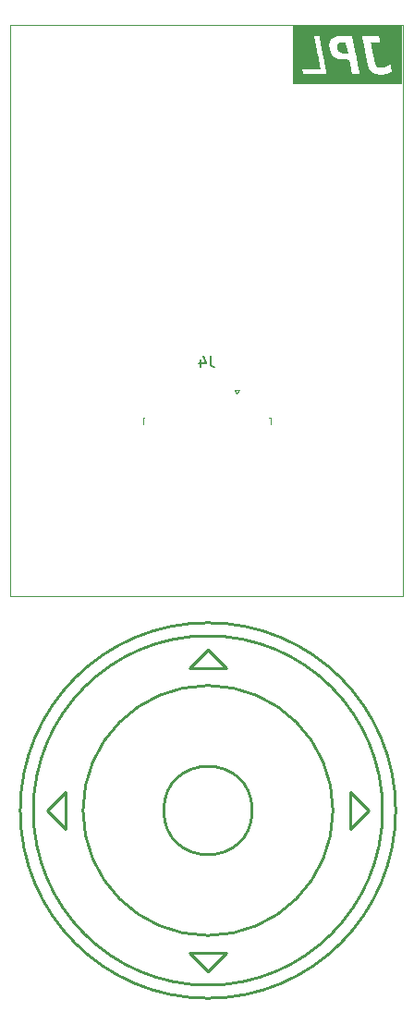
<source format=gbr>
%TF.GenerationSoftware,KiCad,Pcbnew,8.0.7*%
%TF.CreationDate,2025-01-01T16:00:04-05:00*%
%TF.ProjectId,JPL.mp3,4a504c2e-6d70-4332-9e6b-696361645f70,rev?*%
%TF.SameCoordinates,Original*%
%TF.FileFunction,Legend,Bot*%
%TF.FilePolarity,Positive*%
%FSLAX46Y46*%
G04 Gerber Fmt 4.6, Leading zero omitted, Abs format (unit mm)*
G04 Created by KiCad (PCBNEW 8.0.7) date 2025-01-01 16:00:04*
%MOMM*%
%LPD*%
G01*
G04 APERTURE LIST*
%ADD10C,0.100000*%
%ADD11C,0.150000*%
%ADD12C,0.000000*%
%ADD13C,0.250000*%
%ADD14C,0.120000*%
G04 APERTURE END LIST*
D10*
X101900000Y-56000000D02*
X137900000Y-56000000D01*
X137900000Y-108400000D01*
X101900000Y-108400000D01*
X101900000Y-56000000D01*
D11*
X120233333Y-86354819D02*
X120233333Y-87069104D01*
X120233333Y-87069104D02*
X120280952Y-87211961D01*
X120280952Y-87211961D02*
X120376190Y-87307200D01*
X120376190Y-87307200D02*
X120519047Y-87354819D01*
X120519047Y-87354819D02*
X120614285Y-87354819D01*
X119328571Y-86688152D02*
X119328571Y-87354819D01*
X119566666Y-86307200D02*
X119804761Y-87021485D01*
X119804761Y-87021485D02*
X119185714Y-87021485D01*
D12*
%TO.C,G\u002A\u002A\u002A*%
G36*
X137751728Y-61482225D02*
G01*
X132750000Y-61482225D01*
X127748271Y-61482225D01*
X127748271Y-60129181D01*
X128655056Y-60129181D01*
X128655077Y-60129706D01*
X128657164Y-60144258D01*
X128662284Y-60174132D01*
X128669881Y-60216246D01*
X128679401Y-60267516D01*
X128690288Y-60324859D01*
X128725537Y-60508606D01*
X129801173Y-60508606D01*
X130876810Y-60508606D01*
X130868451Y-60468038D01*
X130867629Y-60463932D01*
X130863297Y-60441896D01*
X130855602Y-60402549D01*
X130844733Y-60346859D01*
X130830878Y-60275797D01*
X130814226Y-60190334D01*
X130794967Y-60091439D01*
X130773289Y-59980082D01*
X130749380Y-59857235D01*
X130723430Y-59723866D01*
X130695628Y-59580947D01*
X130666162Y-59429447D01*
X130635221Y-59270337D01*
X130602994Y-59104586D01*
X130569670Y-58933166D01*
X130535438Y-58757046D01*
X130518706Y-58670959D01*
X130484955Y-58497321D01*
X130452232Y-58328992D01*
X130420724Y-58166932D01*
X130390618Y-58012100D01*
X130368423Y-57897971D01*
X131123321Y-57897971D01*
X131123753Y-57954899D01*
X131125151Y-58010729D01*
X131127942Y-58056992D01*
X131132591Y-58098904D01*
X131139560Y-58141678D01*
X131149312Y-58190532D01*
X131172665Y-58289812D01*
X131219882Y-58442733D01*
X131277709Y-58580203D01*
X131346466Y-58702691D01*
X131426473Y-58810666D01*
X131518050Y-58904596D01*
X131621517Y-58984951D01*
X131737194Y-59052199D01*
X131778785Y-59072244D01*
X131849064Y-59102473D01*
X131920357Y-59127996D01*
X131994915Y-59149202D01*
X132074990Y-59166480D01*
X132162832Y-59180217D01*
X132260693Y-59190804D01*
X132370825Y-59198629D01*
X132495477Y-59204079D01*
X132636902Y-59207545D01*
X132958115Y-59213099D01*
X133021588Y-59538699D01*
X133022455Y-59543150D01*
X133041513Y-59640900D01*
X133062909Y-59750628D01*
X133085445Y-59866190D01*
X133107923Y-59981443D01*
X133129146Y-60090245D01*
X133147914Y-60186452D01*
X133210768Y-60508606D01*
X133553101Y-60508606D01*
X133629186Y-60508520D01*
X133708824Y-60508142D01*
X133772068Y-60507412D01*
X133820419Y-60506280D01*
X133855377Y-60504693D01*
X133878444Y-60502597D01*
X133891120Y-60499942D01*
X133894906Y-60496674D01*
X133893863Y-60490612D01*
X133889402Y-60466803D01*
X133881599Y-60425886D01*
X133870635Y-60368793D01*
X133856690Y-60296460D01*
X133839946Y-60209818D01*
X133820584Y-60109802D01*
X133798785Y-59997344D01*
X133774730Y-59873380D01*
X133748600Y-59738840D01*
X133720576Y-59594660D01*
X133690839Y-59441773D01*
X133659571Y-59281112D01*
X133626952Y-59113610D01*
X133593163Y-58940201D01*
X133558386Y-58761819D01*
X133223778Y-57045997D01*
X134119666Y-57045997D01*
X134121446Y-57054110D01*
X134126723Y-57080005D01*
X134135232Y-57122504D01*
X134146748Y-57180459D01*
X134161046Y-57252723D01*
X134177898Y-57338147D01*
X134197079Y-57435583D01*
X134218364Y-57543885D01*
X134241526Y-57661904D01*
X134266339Y-57788492D01*
X134292577Y-57922501D01*
X134320015Y-58062784D01*
X134348426Y-58208192D01*
X134352055Y-58226775D01*
X134389029Y-58416027D01*
X134422595Y-58587643D01*
X134452967Y-58742632D01*
X134480358Y-58882004D01*
X134504982Y-59006768D01*
X134527051Y-59117934D01*
X134546779Y-59216511D01*
X134564379Y-59303509D01*
X134580065Y-59379938D01*
X134594050Y-59446806D01*
X134606548Y-59505125D01*
X134617771Y-59555902D01*
X134627933Y-59600148D01*
X134637247Y-59638873D01*
X134645927Y-59673085D01*
X134654186Y-59703795D01*
X134662237Y-59732012D01*
X134670294Y-59758745D01*
X134678569Y-59785005D01*
X134687277Y-59811800D01*
X134704013Y-59861389D01*
X134733961Y-59941913D01*
X134763801Y-60010145D01*
X134795477Y-60070350D01*
X134830934Y-60126794D01*
X134879807Y-60191620D01*
X134967366Y-60282539D01*
X135069150Y-60362859D01*
X135183632Y-60431703D01*
X135309283Y-60488197D01*
X135335790Y-60496674D01*
X135444575Y-60531463D01*
X135587978Y-60560627D01*
X135596504Y-60561830D01*
X135659748Y-60568114D01*
X135736117Y-60572213D01*
X135820576Y-60574130D01*
X135908088Y-60573872D01*
X135993616Y-60571443D01*
X136072124Y-60566847D01*
X136138576Y-60560090D01*
X136218530Y-60547612D01*
X136396522Y-60507365D01*
X136575365Y-60450229D01*
X136751860Y-60377156D01*
X136775803Y-60365796D01*
X136814961Y-60345156D01*
X136837624Y-60329370D01*
X136844927Y-60317714D01*
X136844717Y-60315353D01*
X136841842Y-60296684D01*
X136835894Y-60262076D01*
X136827252Y-60213620D01*
X136816296Y-60153407D01*
X136803405Y-60083531D01*
X136788959Y-60006081D01*
X136773337Y-59923149D01*
X136767539Y-59892496D01*
X136752342Y-59811938D01*
X136738451Y-59738000D01*
X136726241Y-59672704D01*
X136716089Y-59618074D01*
X136708372Y-59576132D01*
X136703466Y-59548899D01*
X136701747Y-59538400D01*
X136700946Y-59538362D01*
X136690608Y-59546661D01*
X136670203Y-59565642D01*
X136642103Y-59593056D01*
X136608681Y-59626651D01*
X136552984Y-59681518D01*
X136486206Y-59740945D01*
X136421120Y-59790480D01*
X136352965Y-59833674D01*
X136276982Y-59874078D01*
X136214107Y-59902849D01*
X136117649Y-59936981D01*
X136018513Y-59958844D01*
X135909489Y-59970325D01*
X135893721Y-59971101D01*
X135810505Y-59970334D01*
X135728400Y-59962155D01*
X135653172Y-59947353D01*
X135590589Y-59926715D01*
X135525808Y-59892389D01*
X135463539Y-59842802D01*
X135409937Y-59779685D01*
X135364170Y-59701838D01*
X135325407Y-59608061D01*
X135292816Y-59497155D01*
X135290768Y-59488255D01*
X135284651Y-59459629D01*
X135275490Y-59415386D01*
X135263594Y-59357087D01*
X135249271Y-59286293D01*
X135232830Y-59204565D01*
X135214579Y-59113463D01*
X135194826Y-59014549D01*
X135173881Y-58909382D01*
X135152051Y-58799524D01*
X135129645Y-58686535D01*
X135106972Y-58571977D01*
X135084340Y-58457409D01*
X135062057Y-58344393D01*
X135040432Y-58234490D01*
X135019774Y-58129260D01*
X135000391Y-58030264D01*
X134982592Y-57939062D01*
X134966685Y-57857217D01*
X134952978Y-57786287D01*
X134941780Y-57727834D01*
X134933399Y-57683419D01*
X134928145Y-57654603D01*
X134926325Y-57642946D01*
X134930837Y-57641854D01*
X134952206Y-57640282D01*
X134989393Y-57638746D01*
X135040470Y-57637291D01*
X135103506Y-57635963D01*
X135176573Y-57634807D01*
X135257741Y-57633867D01*
X135345081Y-57633188D01*
X135763837Y-57630703D01*
X135705106Y-57334799D01*
X135646375Y-57038895D01*
X134880953Y-57036452D01*
X134738944Y-57036051D01*
X134613284Y-57035819D01*
X134504635Y-57035775D01*
X134411949Y-57035932D01*
X134334181Y-57036303D01*
X134270286Y-57036901D01*
X134219217Y-57037740D01*
X134179929Y-57038832D01*
X134151376Y-57040191D01*
X134132512Y-57041829D01*
X134122290Y-57043760D01*
X134119666Y-57045997D01*
X133223778Y-57045997D01*
X133222393Y-57038895D01*
X132597226Y-57038950D01*
X132553037Y-57038958D01*
X132432262Y-57039042D01*
X132328491Y-57039244D01*
X132240156Y-57039603D01*
X132165693Y-57040155D01*
X132103534Y-57040938D01*
X132052113Y-57041989D01*
X132009864Y-57043346D01*
X131975221Y-57045045D01*
X131946617Y-57047125D01*
X131922486Y-57049622D01*
X131901262Y-57052575D01*
X131881379Y-57056019D01*
X131851795Y-57061813D01*
X131709349Y-57097512D01*
X131582938Y-57143270D01*
X131472253Y-57199333D01*
X131376984Y-57265946D01*
X131296824Y-57343356D01*
X131231463Y-57431808D01*
X131180592Y-57531548D01*
X131143902Y-57642822D01*
X131136686Y-57673342D01*
X131130767Y-57705634D01*
X131126814Y-57739989D01*
X131124484Y-57780660D01*
X131123434Y-57831902D01*
X131123321Y-57897971D01*
X130368423Y-57897971D01*
X130362100Y-57865455D01*
X130335357Y-57727957D01*
X130310576Y-57600566D01*
X130287942Y-57484239D01*
X130267644Y-57379938D01*
X130249867Y-57288621D01*
X130234798Y-57211247D01*
X130222624Y-57148776D01*
X130213532Y-57102167D01*
X130207707Y-57072379D01*
X130205338Y-57060372D01*
X130199892Y-57034122D01*
X129966791Y-57034122D01*
X129895966Y-57034334D01*
X129833699Y-57035113D01*
X129787781Y-57036530D01*
X129756769Y-57038656D01*
X129739219Y-57041559D01*
X129733690Y-57045308D01*
X129734797Y-57051959D01*
X129739323Y-57076397D01*
X129747161Y-57117798D01*
X129758119Y-57175168D01*
X129772006Y-57247512D01*
X129788628Y-57333835D01*
X129807793Y-57433142D01*
X129829309Y-57544440D01*
X129852984Y-57666733D01*
X129878625Y-57799026D01*
X129906040Y-57940325D01*
X129935037Y-58089635D01*
X129965423Y-58245962D01*
X129997006Y-58408310D01*
X130029594Y-58575686D01*
X130055207Y-58707227D01*
X130087024Y-58870748D01*
X130117685Y-59028462D01*
X130146999Y-59179376D01*
X130174773Y-59322493D01*
X130200814Y-59456820D01*
X130224931Y-59581361D01*
X130246931Y-59695123D01*
X130266621Y-59797110D01*
X130283810Y-59886327D01*
X130298305Y-59961781D01*
X130309913Y-60022476D01*
X130318443Y-60067418D01*
X130323702Y-60095612D01*
X130325498Y-60106063D01*
X130323774Y-60107354D01*
X130313155Y-60109264D01*
X130292103Y-60110938D01*
X130259751Y-60112386D01*
X130215235Y-60113621D01*
X130157688Y-60114653D01*
X130086244Y-60115494D01*
X130000039Y-60116157D01*
X129898206Y-60116652D01*
X129779880Y-60116992D01*
X129644195Y-60117187D01*
X129490285Y-60117249D01*
X129429333Y-60117257D01*
X129285626Y-60117349D01*
X129159629Y-60117558D01*
X129050347Y-60117897D01*
X128956787Y-60118382D01*
X128877956Y-60119026D01*
X128812860Y-60119843D01*
X128760504Y-60120848D01*
X128719895Y-60122054D01*
X128690040Y-60123476D01*
X128669944Y-60125129D01*
X128658614Y-60127025D01*
X128655056Y-60129181D01*
X127748271Y-60129181D01*
X127748271Y-58804773D01*
X127748271Y-56127321D01*
X132750000Y-56127321D01*
X137751728Y-56127321D01*
X137751728Y-58804773D01*
X137751728Y-60317714D01*
X137751728Y-61482225D01*
G37*
G36*
X132736563Y-58074558D02*
G01*
X132737901Y-58081537D01*
X132755694Y-58174381D01*
X132772620Y-58262697D01*
X132788290Y-58344454D01*
X132802315Y-58417619D01*
X132814305Y-58480162D01*
X132823870Y-58530049D01*
X132830621Y-58565251D01*
X132834169Y-58583735D01*
X132843058Y-58629965D01*
X132584146Y-58625923D01*
X132535433Y-58625141D01*
X132467785Y-58623866D01*
X132414637Y-58622409D01*
X132373119Y-58620520D01*
X132340364Y-58617948D01*
X132313501Y-58614443D01*
X132289663Y-58609754D01*
X132265980Y-58603631D01*
X132239584Y-58595822D01*
X132166314Y-58570209D01*
X132081499Y-58528928D01*
X132011446Y-58478756D01*
X131954319Y-58418309D01*
X131908285Y-58346205D01*
X131893896Y-58317720D01*
X131871424Y-58265625D01*
X131855765Y-58214505D01*
X131845875Y-58159389D01*
X131840712Y-58095306D01*
X131839232Y-58017287D01*
X131839300Y-57989454D01*
X131840070Y-57939466D01*
X131842073Y-57902409D01*
X131845773Y-57874037D01*
X131851635Y-57850109D01*
X131860122Y-57826381D01*
X131863593Y-57817912D01*
X131897700Y-57755835D01*
X131942247Y-57708281D01*
X131999582Y-57672666D01*
X132017492Y-57664445D01*
X132058152Y-57648095D01*
X132099550Y-57635426D01*
X132144740Y-57626001D01*
X132196776Y-57619387D01*
X132258711Y-57615146D01*
X132333600Y-57612844D01*
X132424496Y-57612045D01*
X132647846Y-57611612D01*
X132736563Y-58074558D01*
G37*
D13*
%TO.C,Enc1*%
X105292179Y-128000000D02*
X106989235Y-126302944D01*
X106989235Y-126302944D02*
X106989235Y-129697056D01*
X106989235Y-129697056D02*
X105292179Y-128000000D01*
X118302944Y-114989235D02*
X120000000Y-113292179D01*
X118302944Y-141010765D02*
X121697056Y-141010765D01*
X120000000Y-113292179D02*
X121697056Y-114989235D01*
X120000000Y-142707821D02*
X118302944Y-141010765D01*
X121697056Y-114989235D02*
X118302944Y-114989235D01*
X121697056Y-141010765D02*
X120000000Y-142707821D01*
X133010765Y-126302944D02*
X134707821Y-128000000D01*
X133010765Y-129697056D02*
X133010765Y-126302944D01*
X134707821Y-128000000D02*
X133010765Y-129697056D01*
X124049999Y-128000000D02*
G75*
G02*
X115950001Y-128000000I-4049999J0D01*
G01*
X115950001Y-128000000D02*
G75*
G02*
X124049999Y-128000000I4049999J0D01*
G01*
X131450001Y-128000000D02*
G75*
G02*
X108549999Y-128000000I-11450001J0D01*
G01*
X108549999Y-128000000D02*
G75*
G02*
X131450001Y-128000000I11450001J0D01*
G01*
X135999999Y-128000000D02*
G75*
G02*
X104000001Y-128000000I-15999999J0D01*
G01*
X104000001Y-128000000D02*
G75*
G02*
X135999999Y-128000000I15999999J0D01*
G01*
X137200001Y-128000000D02*
G75*
G02*
X102799999Y-128000000I-17200001J0D01*
G01*
X102799999Y-128000000D02*
G75*
G02*
X137200001Y-128000000I17200001J0D01*
G01*
D14*
%TO.C,J4*%
X114075000Y-92040000D02*
X114185000Y-92040000D01*
X114075000Y-92640000D02*
X114075000Y-92040000D01*
X122450000Y-89450000D02*
X122650000Y-89850000D01*
X122650000Y-89850000D02*
X122850000Y-89450000D01*
X122850000Y-89450000D02*
X122450000Y-89450000D01*
X125725000Y-92040000D02*
X125615000Y-92040000D01*
X125725000Y-92640000D02*
X125725000Y-92040000D01*
%TD*%
M02*

</source>
